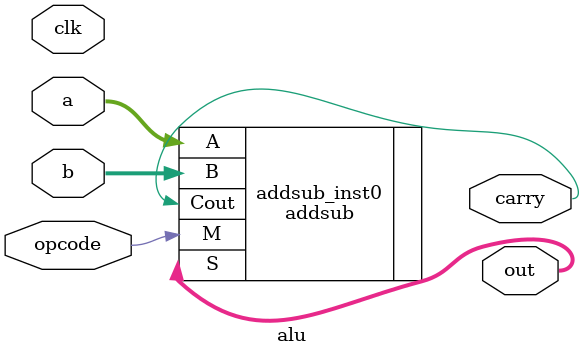
<source format=sv>
module alu (
    input wire clk,
    input wire opcode,
    input wire [3:0] a,
    input wire [3:0] b,

    output wire [3:0] out,
    output reg carry
);

  addsub addsub_inst0 (
      .M(opcode),
      .A(a),
      .B(b),
      .S(out),
      .Cout(carry)
  );


endmodule

</source>
